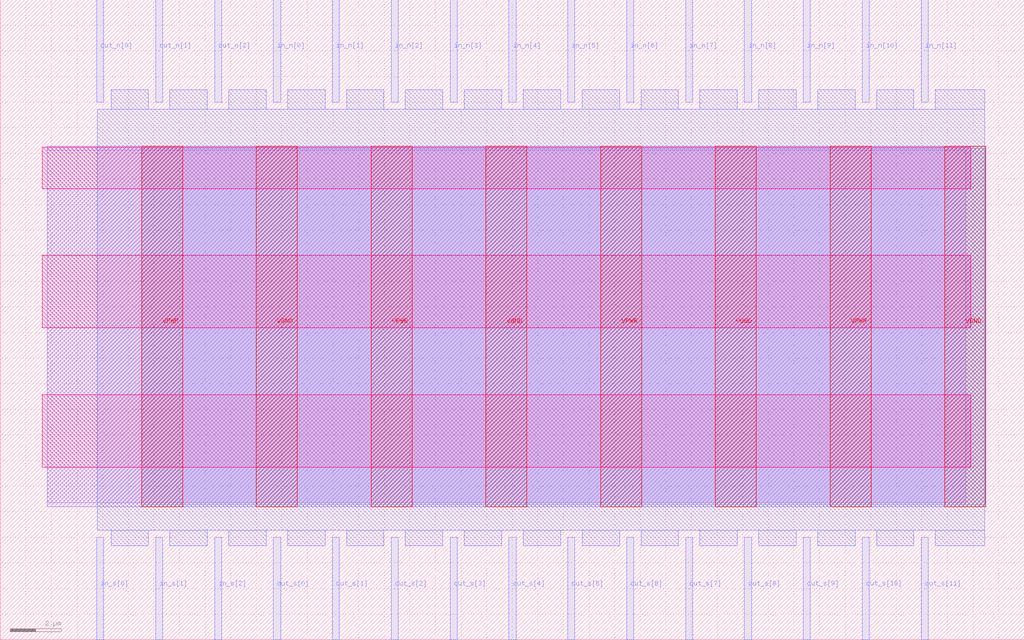
<source format=lef>
VERSION 5.7 ;
  NOWIREEXTENSIONATPIN ON ;
  DIVIDERCHAR "/" ;
  BUSBITCHARS "[]" ;
MACRO buff_flash_clkrst
  CLASS BLOCK ;
  FOREIGN buff_flash_clkrst ;
  ORIGIN 0.000 0.000 ;
  SIZE 40.000 BY 25.000 ;
  PIN VGND
    DIRECTION INOUT ;
    USE GROUND ;
    PORT
      LAYER met4 ;
        RECT 10.000 5.200 11.600 19.280 ;
    END
    PORT
      LAYER met4 ;
        RECT 18.965 5.200 20.565 19.280 ;
    END
    PORT
      LAYER met4 ;
        RECT 27.930 5.200 29.530 19.280 ;
    END
    PORT
      LAYER met4 ;
        RECT 36.895 5.200 38.495 19.280 ;
    END
  END VGND
  PIN VPWR
    DIRECTION INOUT ;
    USE POWER ;
    PORT
      LAYER met4 ;
        RECT 5.520 5.200 7.120 19.280 ;
    END
    PORT
      LAYER met4 ;
        RECT 14.485 5.200 16.085 19.280 ;
    END
    PORT
      LAYER met4 ;
        RECT 23.450 5.200 25.050 19.280 ;
    END
    PORT
      LAYER met4 ;
        RECT 32.415 5.200 34.015 19.280 ;
    END
  END VPWR
  PIN in_n[0]
    DIRECTION INPUT ;
    USE SIGNAL ;
    ANTENNAGATEAREA 0.126000 ;
    PORT
      LAYER met2 ;
        RECT 10.670 21.000 10.950 25.000 ;
    END
  END in_n[0]
  PIN in_n[10]
    DIRECTION INPUT ;
    USE SIGNAL ;
    ANTENNAGATEAREA 0.126000 ;
    PORT
      LAYER met2 ;
        RECT 33.670 21.000 33.950 25.000 ;
    END
  END in_n[10]
  PIN in_n[11]
    DIRECTION INPUT ;
    USE SIGNAL ;
    ANTENNAGATEAREA 0.126000 ;
    PORT
      LAYER met2 ;
        RECT 35.970 21.000 36.250 25.000 ;
    END
  END in_n[11]
  PIN in_n[1]
    DIRECTION INPUT ;
    USE SIGNAL ;
    ANTENNAGATEAREA 0.126000 ;
    PORT
      LAYER met2 ;
        RECT 12.970 21.000 13.250 25.000 ;
    END
  END in_n[1]
  PIN in_n[2]
    DIRECTION INPUT ;
    USE SIGNAL ;
    ANTENNAGATEAREA 0.126000 ;
    PORT
      LAYER met2 ;
        RECT 15.270 21.000 15.550 25.000 ;
    END
  END in_n[2]
  PIN in_n[3]
    DIRECTION INPUT ;
    USE SIGNAL ;
    ANTENNAGATEAREA 0.126000 ;
    PORT
      LAYER met2 ;
        RECT 17.570 21.000 17.850 25.000 ;
    END
  END in_n[3]
  PIN in_n[4]
    DIRECTION INPUT ;
    USE SIGNAL ;
    ANTENNAGATEAREA 0.126000 ;
    PORT
      LAYER met2 ;
        RECT 19.870 21.000 20.150 25.000 ;
    END
  END in_n[4]
  PIN in_n[5]
    DIRECTION INPUT ;
    USE SIGNAL ;
    ANTENNAGATEAREA 0.126000 ;
    PORT
      LAYER met2 ;
        RECT 22.170 21.000 22.450 25.000 ;
    END
  END in_n[5]
  PIN in_n[6]
    DIRECTION INPUT ;
    USE SIGNAL ;
    ANTENNAGATEAREA 0.126000 ;
    PORT
      LAYER met2 ;
        RECT 24.470 21.000 24.750 25.000 ;
    END
  END in_n[6]
  PIN in_n[7]
    DIRECTION INPUT ;
    USE SIGNAL ;
    ANTENNAGATEAREA 0.126000 ;
    PORT
      LAYER met2 ;
        RECT 26.770 21.000 27.050 25.000 ;
    END
  END in_n[7]
  PIN in_n[8]
    DIRECTION INPUT ;
    USE SIGNAL ;
    ANTENNAGATEAREA 0.126000 ;
    PORT
      LAYER met2 ;
        RECT 29.070 21.000 29.350 25.000 ;
    END
  END in_n[8]
  PIN in_n[9]
    DIRECTION INPUT ;
    USE SIGNAL ;
    ANTENNAGATEAREA 0.126000 ;
    PORT
      LAYER met2 ;
        RECT 31.370 21.000 31.650 25.000 ;
    END
  END in_n[9]
  PIN in_s[0]
    DIRECTION INPUT ;
    USE SIGNAL ;
    ANTENNAGATEAREA 0.126000 ;
    PORT
      LAYER met2 ;
        RECT 3.770 0.000 4.050 4.000 ;
    END
  END in_s[0]
  PIN in_s[1]
    DIRECTION INPUT ;
    USE SIGNAL ;
    ANTENNAGATEAREA 0.126000 ;
    PORT
      LAYER met2 ;
        RECT 6.070 0.000 6.350 4.000 ;
    END
  END in_s[1]
  PIN in_s[2]
    DIRECTION INPUT ;
    USE SIGNAL ;
    ANTENNAGATEAREA 0.126000 ;
    PORT
      LAYER met2 ;
        RECT 8.370 0.000 8.650 4.000 ;
    END
  END in_s[2]
  PIN out_n[0]
    DIRECTION OUTPUT TRISTATE ;
    USE SIGNAL ;
    ANTENNADIFFAREA 0.340600 ;
    PORT
      LAYER met2 ;
        RECT 3.770 21.000 4.050 25.000 ;
    END
  END out_n[0]
  PIN out_n[1]
    DIRECTION OUTPUT TRISTATE ;
    USE SIGNAL ;
    ANTENNADIFFAREA 0.340600 ;
    PORT
      LAYER met2 ;
        RECT 6.070 21.000 6.350 25.000 ;
    END
  END out_n[1]
  PIN out_n[2]
    DIRECTION OUTPUT TRISTATE ;
    USE SIGNAL ;
    ANTENNADIFFAREA 0.340600 ;
    PORT
      LAYER met2 ;
        RECT 8.370 21.000 8.650 25.000 ;
    END
  END out_n[2]
  PIN out_s[0]
    DIRECTION OUTPUT TRISTATE ;
    USE SIGNAL ;
    ANTENNADIFFAREA 0.340600 ;
    PORT
      LAYER met2 ;
        RECT 10.670 0.000 10.950 4.000 ;
    END
  END out_s[0]
  PIN out_s[10]
    DIRECTION OUTPUT TRISTATE ;
    USE SIGNAL ;
    ANTENNADIFFAREA 0.340600 ;
    PORT
      LAYER met2 ;
        RECT 33.670 0.000 33.950 4.000 ;
    END
  END out_s[10]
  PIN out_s[11]
    DIRECTION OUTPUT TRISTATE ;
    USE SIGNAL ;
    ANTENNADIFFAREA 0.340600 ;
    PORT
      LAYER met2 ;
        RECT 35.970 0.000 36.250 4.000 ;
    END
  END out_s[11]
  PIN out_s[1]
    DIRECTION OUTPUT TRISTATE ;
    USE SIGNAL ;
    ANTENNADIFFAREA 0.340600 ;
    PORT
      LAYER met2 ;
        RECT 12.970 0.000 13.250 4.000 ;
    END
  END out_s[1]
  PIN out_s[2]
    DIRECTION OUTPUT TRISTATE ;
    USE SIGNAL ;
    ANTENNADIFFAREA 0.340600 ;
    PORT
      LAYER met2 ;
        RECT 15.270 0.000 15.550 4.000 ;
    END
  END out_s[2]
  PIN out_s[3]
    DIRECTION OUTPUT TRISTATE ;
    USE SIGNAL ;
    ANTENNADIFFAREA 0.340600 ;
    PORT
      LAYER met2 ;
        RECT 17.570 0.000 17.850 4.000 ;
    END
  END out_s[3]
  PIN out_s[4]
    DIRECTION OUTPUT TRISTATE ;
    USE SIGNAL ;
    ANTENNADIFFAREA 0.340600 ;
    PORT
      LAYER met2 ;
        RECT 19.870 0.000 20.150 4.000 ;
    END
  END out_s[4]
  PIN out_s[5]
    DIRECTION OUTPUT TRISTATE ;
    USE SIGNAL ;
    ANTENNADIFFAREA 0.340600 ;
    PORT
      LAYER met2 ;
        RECT 22.170 0.000 22.450 4.000 ;
    END
  END out_s[5]
  PIN out_s[6]
    DIRECTION OUTPUT TRISTATE ;
    USE SIGNAL ;
    ANTENNADIFFAREA 0.340600 ;
    PORT
      LAYER met2 ;
        RECT 24.470 0.000 24.750 4.000 ;
    END
  END out_s[6]
  PIN out_s[7]
    DIRECTION OUTPUT TRISTATE ;
    USE SIGNAL ;
    ANTENNADIFFAREA 0.340600 ;
    PORT
      LAYER met2 ;
        RECT 26.770 0.000 27.050 4.000 ;
    END
  END out_s[7]
  PIN out_s[8]
    DIRECTION OUTPUT TRISTATE ;
    USE SIGNAL ;
    ANTENNADIFFAREA 0.340600 ;
    PORT
      LAYER met2 ;
        RECT 29.070 0.000 29.350 4.000 ;
    END
  END out_s[8]
  PIN out_s[9]
    DIRECTION OUTPUT TRISTATE ;
    USE SIGNAL ;
    ANTENNADIFFAREA 0.340600 ;
    PORT
      LAYER met2 ;
        RECT 31.370 0.000 31.650 4.000 ;
    END
  END out_s[9]
  OBS
      LAYER nwell ;
        RECT 1.650 17.625 37.910 19.230 ;
        RECT 1.650 12.185 37.910 15.015 ;
        RECT 1.650 6.745 37.910 9.575 ;
      LAYER li1 ;
        RECT 1.840 5.355 37.720 19.125 ;
      LAYER met1 ;
        RECT 1.840 5.200 38.495 19.280 ;
      LAYER met2 ;
        RECT 4.330 20.720 5.790 21.490 ;
        RECT 6.630 20.720 8.090 21.490 ;
        RECT 8.930 20.720 10.390 21.490 ;
        RECT 11.230 20.720 12.690 21.490 ;
        RECT 13.530 20.720 14.990 21.490 ;
        RECT 15.830 20.720 17.290 21.490 ;
        RECT 18.130 20.720 19.590 21.490 ;
        RECT 20.430 20.720 21.890 21.490 ;
        RECT 22.730 20.720 24.190 21.490 ;
        RECT 25.030 20.720 26.490 21.490 ;
        RECT 27.330 20.720 28.790 21.490 ;
        RECT 29.630 20.720 31.090 21.490 ;
        RECT 31.930 20.720 33.390 21.490 ;
        RECT 34.230 20.720 35.690 21.490 ;
        RECT 36.530 20.720 38.465 21.490 ;
        RECT 3.780 4.280 38.465 20.720 ;
        RECT 4.330 3.670 5.790 4.280 ;
        RECT 6.630 3.670 8.090 4.280 ;
        RECT 8.930 3.670 10.390 4.280 ;
        RECT 11.230 3.670 12.690 4.280 ;
        RECT 13.530 3.670 14.990 4.280 ;
        RECT 15.830 3.670 17.290 4.280 ;
        RECT 18.130 3.670 19.590 4.280 ;
        RECT 20.430 3.670 21.890 4.280 ;
        RECT 22.730 3.670 24.190 4.280 ;
        RECT 25.030 3.670 26.490 4.280 ;
        RECT 27.330 3.670 28.790 4.280 ;
        RECT 29.630 3.670 31.090 4.280 ;
        RECT 31.930 3.670 33.390 4.280 ;
        RECT 34.230 3.670 35.690 4.280 ;
        RECT 36.530 3.670 38.465 4.280 ;
      LAYER met3 ;
        RECT 5.530 5.275 38.485 19.205 ;
  END
END buff_flash_clkrst
END LIBRARY


</source>
